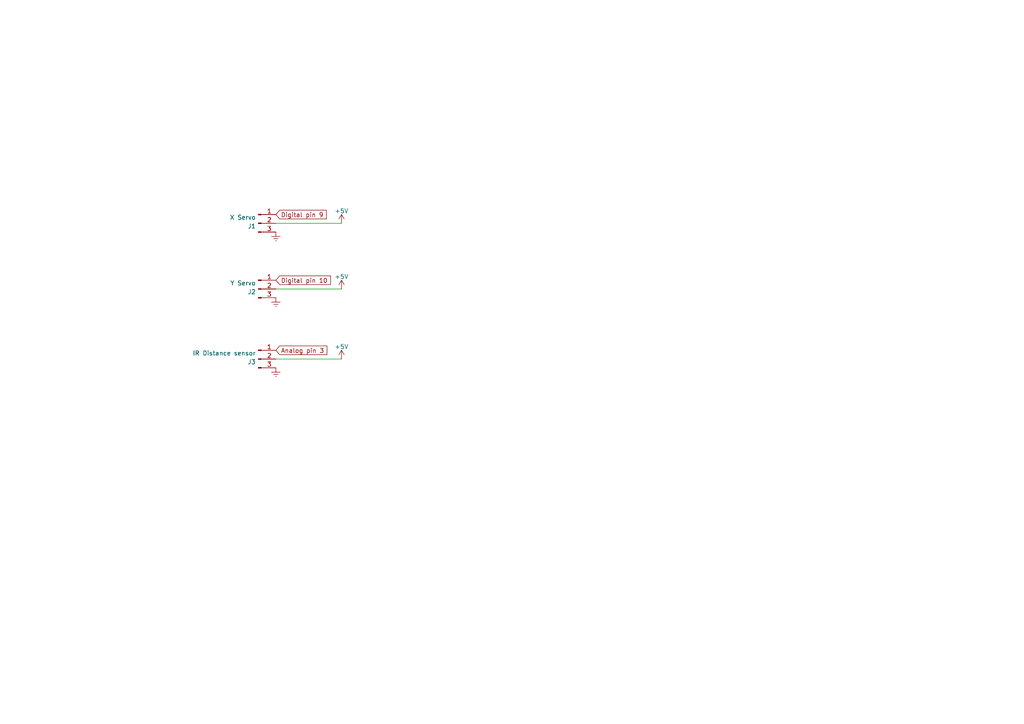
<source format=kicad_sch>
(kicad_sch (version 20211123) (generator eeschema)
  (paper "A4")
  (lib_symbols
    (symbol "Connector:Conn_01x03_Male" (pin_names (offset 1.016) hide)
      (property "Reference" "J" (at 0 5.08 0))
      (property "Value" "Conn_01x03_Male" (at 0 -5.08 0))
      (symbol "Conn_01x03_Male_1_1"
        (polyline (pts (xy 1.27 -2.54) (xy 0.8636 -2.54)) (stroke (width 0.1524)))
        (polyline (pts (xy 1.27 0) (xy 0.8636 0)) (stroke (width 0.1524)))
        (polyline (pts (xy 1.27 2.54) (xy 0.8636 2.54)) (stroke (width 0.1524)))
        (rectangle (start 0.8636 -2.413) (end 0 -2.667) (stroke (width 0.1524)) (fill (type outline)))
        (rectangle (start 0.8636 0.127) (end 0 -0.127) (stroke (width 0.1524)) (fill (type outline)))
        (rectangle (start 0.8636 2.667) (end 0 2.413) (stroke (width 0.1524)) (fill (type outline)))
        (pin passive line (at 5.08 2.54 180) (length 3.81) (name "Pin_1") (number "1"))
        (pin passive line (at 5.08 0 180) (length 3.81) (name "Pin_2") (number "2"))
        (pin passive line (at 5.08 -2.54 180) (length 3.81) (name "Pin_3") (number "3"))
      )
    )
    (symbol "power:+5V" (power) (pin_names (offset 0))
      (property "Value" "+5V" (at 0 3.556 0))
      (symbol "+5V_0_1"
        (polyline (pts (xy -0.762 1.27) (xy 0 2.54)))
        (polyline (pts (xy 0 0) (xy 0 2.54)))
        (polyline (pts (xy 0 2.54) (xy 0.762 1.27)))
      )
      (symbol "+5V_1_1"
        (pin power_in line (at 0 0 90) (length 0) hide (name "+5V") (number "1"))
      )
    )
    (symbol "power:Earth" (power) (pin_names (offset 0))
      (symbol "Earth_0_1"
        (polyline (pts (xy -0.635 -1.905) (xy 0.635 -1.905)))
        (polyline (pts (xy -0.127 -2.54) (xy 0.127 -2.54)))
        (polyline (pts (xy 0 -1.27) (xy 0 0)))
        (polyline (pts (xy 1.27 -1.27) (xy -1.27 -1.27)))
      )
      (symbol "Earth_1_1"
        (pin power_in line (at 0 0 270) (length 0) hide (name "Earth") (number "1"))
      )
    )
  )
  (wire (pts (xy 80.01 64.77) (xy 99.06 64.77)))
  (wire (pts (xy 80.01 83.82) (xy 99.06 83.82)))
  (wire (pts (xy 80.01 104.14) (xy 99.06 104.14)))
  (global_label "Analog pin 3" (shape input) (at 80.01 101.6 0) (property "Intersheet References" "${INTERSHEET_REFS}" (effects hide)))
  (global_label "Digital pin 10" (shape input) (at 80.01 81.28 0) (property "Intersheet References" "${INTERSHEET_REFS}" (effects hide)))
  (global_label "Digital pin 9" (shape input) (at 80.01 62.23 0) (property "Intersheet References" "${INTERSHEET_REFS}" (effects hide)))
  (symbol (lib_id "Connector:Conn_01x03_Male") (at 74.93 83.82 0) (unit 1)
    (property "Reference" "J2" (at 74.2188 84.6547 0) (effects (justify right)))
    (property "Value" "Y Servo" (at 74.2188 82.1178 0) (effects (justify right)))
  )
  (symbol (lib_id "power:Earth") (at 80.01 86.36 0) (unit 1)
    (property "Reference" "#PWR?" (effects hide))
    (property "Value" "Earth" (effects hide))
  )
  (symbol (lib_id "Connector:Conn_01x03_Male") (at 74.93 104.14 0) (unit 1)
    (property "Reference" "J3" (at 74.2188 104.9747 0) (effects (justify right)))
    (property "Value" "IR Distance sensor" (at 74.2188 102.4378 0) (effects (justify right)))
  )
  (symbol (lib_id "power:+5V") (at 99.06 104.14 0) (unit 1)
    (property "Reference" "#PWR?" (effects hide))
    (property "Value" "+5V" (at 99.06 100.5642 0))
  )
  (symbol (lib_id "power:+5V") (at 99.06 83.82 0) (unit 1)
    (property "Reference" "#PWR?" (effects hide))
    (property "Value" "+5V" (at 99.06 80.2442 0))
  )
  (symbol (lib_id "power:+5V") (at 99.06 64.77 0) (unit 1)
    (property "Reference" "#PWR?" (effects hide))
    (property "Value" "+5V" (at 99.06 61.1942 0))
  )
  (symbol (lib_id "power:Earth") (at 80.01 106.68 0) (unit 1)
    (property "Reference" "#PWR?" (effects hide))
    (property "Value" "Earth" (effects hide))
  )
  (symbol (lib_id "power:Earth") (at 80.01 67.31 0) (unit 1)
    (property "Reference" "#PWR?" (effects hide))
    (property "Value" "Earth" (effects hide))
  )
  (symbol (lib_id "Connector:Conn_01x03_Male") (at 74.93 64.77 0) (unit 1)
    (property "Reference" "J1" (at 74.2188 65.6047 0) (effects (justify right)))
    (property "Value" "X Servo" (at 74.2188 63.0678 0) (effects (justify right)))
  )
)
</source>
